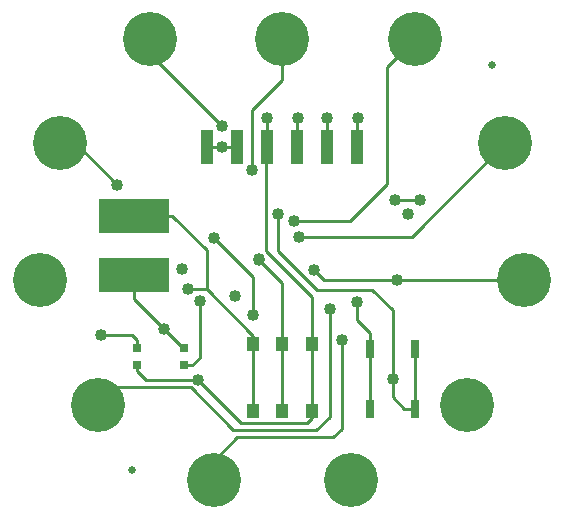
<source format=gbr>
G04 EAGLE Gerber RS-274X export*
G75*
%MOMM*%
%FSLAX34Y34*%
%LPD*%
%INTop Copper*%
%IPPOS*%
%AMOC8*
5,1,8,0,0,1.08239X$1,22.5*%
G01*
%ADD10R,0.800000X0.800000*%
%ADD11R,1.000000X3.000000*%
%ADD12R,1.000000X1.150000*%
%ADD13R,0.762000X1.524000*%
%ADD14C,4.572000*%
%ADD15R,6.000000X3.000000*%
%ADD16C,0.635000*%
%ADD17C,0.254000*%
%ADD18C,1.016000*%


D10*
X-83430Y-86900D03*
X-83430Y-101900D03*
D11*
X-12700Y82700D03*
X-38100Y82700D03*
X-63500Y82700D03*
X12700Y82700D03*
X38100Y82700D03*
X63500Y82700D03*
D12*
X25000Y-84150D03*
X0Y-84150D03*
X-25000Y-84150D03*
X25000Y-140650D03*
X0Y-140650D03*
X-25000Y-140650D03*
D10*
X-122800Y-86900D03*
X-122800Y-101900D03*
D13*
X74150Y-138600D03*
X74150Y-87800D03*
X112250Y-138600D03*
X112250Y-87800D03*
D14*
X188303Y85995D03*
X111918Y174148D03*
X0Y174148D03*
X-111918Y174148D03*
X-156448Y-135563D03*
X-58321Y-198625D03*
X58321Y-198625D03*
X156448Y-135563D03*
X204903Y-29461D03*
X-204903Y-29461D03*
X-188303Y85995D03*
D15*
X-125950Y25000D03*
X-125950Y-25000D03*
D16*
X177800Y152400D03*
X-127000Y-190500D03*
D17*
X-63500Y82700D02*
X-51000Y82700D01*
X-38100Y82700D01*
X95250Y38100D02*
X116840Y38100D01*
X63500Y-63500D02*
X74150Y-74150D01*
X63500Y-63500D02*
X63500Y-48260D01*
X-84370Y-86900D02*
X-100000Y-71270D01*
X-84370Y-86900D02*
X-83430Y-86900D01*
X74150Y-74150D02*
X74150Y-138600D01*
X-174895Y85995D02*
X-188303Y85995D01*
X-174895Y85995D02*
X-139700Y50800D01*
X-25070Y-26930D02*
X-25070Y-59210D01*
X-25070Y-26930D02*
X-58000Y6000D01*
X-125950Y-25000D02*
X-125950Y-45320D01*
X-100000Y-71270D01*
D18*
X-139700Y50800D03*
X-51000Y82700D03*
X-25070Y-59210D03*
X116840Y38100D03*
X95250Y38100D03*
X63500Y-48260D03*
X-100000Y-71270D03*
X-58000Y6000D03*
D17*
X0Y-84150D02*
X0Y-140650D01*
X0Y-84150D02*
X0Y-32000D01*
X-19620Y-12380D02*
X-19620Y-12000D01*
X-19620Y-12380D02*
X0Y-32000D01*
D18*
X-19620Y-12000D03*
X-19620Y-12380D03*
X105900Y25900D03*
D17*
X93200Y-113200D02*
X93200Y-128760D01*
X103040Y-138600D01*
X93200Y-113200D02*
X93200Y-55100D01*
X76200Y-38100D01*
X29210Y-38100D01*
X-3810Y-5080D01*
X-3810Y26670D01*
X112250Y-87140D02*
X112250Y-138600D01*
X103040Y-138600D01*
D18*
X93200Y-113200D03*
X-3810Y26670D03*
D17*
X27000Y-21000D02*
X35461Y-29461D01*
X96761Y-29461D01*
X204903Y-29461D01*
D18*
X27000Y-21000D03*
X96761Y-29461D03*
X-85260Y-20000D03*
X-39926Y-42926D03*
D17*
X12700Y82700D02*
X12700Y107400D01*
X13000Y107700D01*
D18*
X13000Y107700D03*
D17*
X38100Y107600D02*
X38100Y82700D01*
X38100Y107600D02*
X38000Y107700D01*
D18*
X38000Y107700D03*
D17*
X40000Y-54000D02*
X40000Y-145240D01*
X-141281Y-120396D02*
X-156448Y-135563D01*
X-141281Y-120396D02*
X-77724Y-120396D01*
X-41610Y-156510D01*
X28730Y-156510D01*
X40000Y-145240D01*
D18*
X40000Y-54000D03*
D17*
X-76500Y-101900D02*
X-83430Y-101900D01*
X-69850Y-95250D02*
X-69850Y-46990D01*
X-69850Y-95250D02*
X-76500Y-101900D01*
D18*
X-69850Y-46990D03*
D17*
X63500Y82700D02*
X63500Y107200D01*
X64000Y107700D01*
D18*
X64000Y107700D03*
D17*
X50000Y-80000D02*
X50000Y-155400D01*
X-58321Y-182781D02*
X-58321Y-198625D01*
X-58321Y-182781D02*
X-38100Y-162560D01*
X42840Y-162560D01*
X50000Y-155400D01*
D18*
X50000Y-80000D03*
D17*
X-25000Y-84150D02*
X-25000Y-140650D01*
X-25000Y-84150D02*
X-25000Y-76600D01*
X-64140Y-37460D01*
X-64140Y-4440D01*
X-93580Y25000D02*
X-125950Y25000D01*
X-93580Y25000D02*
X-64140Y-4440D01*
X-64140Y-37460D02*
X-80340Y-37460D01*
D18*
X-80340Y-37460D03*
D17*
X-142240Y-76200D02*
X-153670Y-76200D01*
X-142240Y-76200D02*
X-139700Y-76200D01*
X-122800Y-80400D02*
X-122800Y-86900D01*
X-122800Y-80400D02*
X-127000Y-76200D01*
X-142240Y-76200D01*
D18*
X-153670Y-76200D03*
D17*
X25000Y-84150D02*
X25000Y-140650D01*
X-12700Y80000D02*
X-12700Y82700D01*
X-14000Y78700D02*
X-14000Y-4890D01*
X-14000Y78700D02*
X-12700Y80000D01*
X-122800Y-101900D02*
X-122800Y-107070D01*
X25000Y-84150D02*
X25000Y-43890D01*
X-14000Y-4890D01*
X-122800Y-107070D02*
X-115570Y-114300D01*
X-71120Y-114300D01*
X-35100Y-150320D01*
X-12700Y80000D02*
X-12700Y107400D01*
X-13000Y107700D01*
X-35100Y-150320D02*
X21130Y-150320D01*
X25000Y-146450D02*
X25000Y-140650D01*
X25000Y-146450D02*
X21130Y-150320D01*
D18*
X-13000Y107700D03*
X-71120Y-114300D03*
D17*
X109308Y7000D02*
X188303Y85995D01*
X109308Y7000D02*
X13700Y7000D01*
D18*
X13700Y7000D03*
D17*
X10000Y20000D02*
X57300Y20000D01*
X88900Y151130D02*
X111918Y174148D01*
X88900Y51600D02*
X57300Y20000D01*
X88900Y51600D02*
X88900Y151130D01*
D18*
X10000Y20000D03*
D17*
X-25400Y63500D02*
X-25400Y114300D01*
X0Y139700D01*
X0Y174148D01*
D18*
X-25400Y63500D03*
D17*
X-50800Y100800D02*
X-111918Y161918D01*
X-111918Y174148D01*
D18*
X-50800Y100800D03*
M02*

</source>
